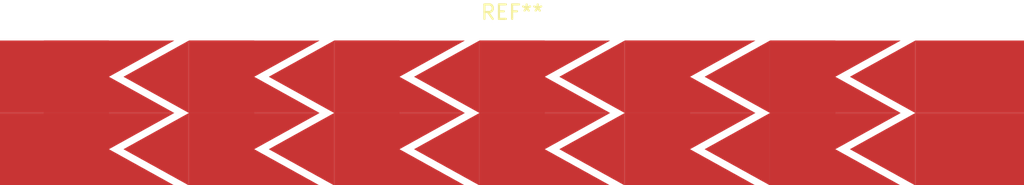
<source format=kicad_pcb>
(kicad_pcb (version 20211014) (generator pcbnew)
  (layers (0 "F.Cu" signal) (31 "B.Cu" signal) (34 "B.Paste" user) (35 "F.Paste" user) (36 "B.SilkS" user "B.Silkscreen") (37 "F.SilkS" user "F.Silkscreen") (38 "B.Mask" user) (39 "F.Mask" user) (44 "Edge.Cuts" user))
  (net 0 "")
  (footprint "slider:TouchSlider-7_70x10mm" (layer "F.Cu") (at 53 21.1)
    (fp_text reference "REF**" (at 0 -6.95) (layer "F.SilkS"))
    (fp_text value "TouchSlider-7_70x10mm")
    (pad "1" smd trapezoid (at -27.75 -3.75) (size 4.5 2.5) (rect_delta 0 -4.5) (layers "F.Cu" "F.Mask"))
    (pad "1" smd trapezoid (at -27.75 1.25) (size 4.5 2.5) (rect_delta 0 -4.5) (layers "F.Cu" "F.Mask"))
    (pad "1" smd trapezoid (at -27.75 -1.25) (size 4.5 2.5) (rect_delta 0 4.5) (layers "F.Cu" "F.Mask"))
    (pad "1" smd rect (at -31.5 -2.5) (size 7.5 5) (layers "F.Cu" "F.Mask"))
    (pad "1" smd trapezoid (at -27.75 3.75) (size 4.5 2.5) (rect_delta 0 4.5) (layers "F.Cu" "F.Mask"))
    (pad "1" smd rect (at -31.5 2.5) (size 7.5 5) (layers "F.Cu" "F.Mask"))
    (pad "2" smd rect (at -20 -2.5) (size 4.5 5) (layers "F.Cu" "F.Mask"))
    (pad "2" smd trapezoid (at -17.75 1.25) (size 4.5 2.5) (rect_delta 0 -4.5) (layers "F.Cu" "F.Mask"))
    (pad "2" smd trapezoid (at -17.75 -1.25) (size 4.5 2.5) (rect_delta 0 4.5) (layers "F.Cu" "F.Mask"))
    (pad "2" smd trapezoid (at -17.75 3.75) (size 4.5 2.5) (rect_delta 0 4.5) (layers "F.Cu" "F.Mask"))
    (pad "2" smd trapezoid (at -24.5 2.5) (size 4.5 2.5) (rect_delta -2.5 0) (layers "F.Cu" "F.Mask"))
    (pad "2" smd rect (at -20 2.5) (size 4.5 5) (layers "F.Cu" "F.Mask"))
    (pad "2" smd trapezoid (at -17.75 -3.75) (size 4.5 2.5) (rect_delta 0 -4.5) (layers "F.Cu" "F.Mask"))
    (pad "2" smd trapezoid (at -24.5 -2.5) (size 4.5 2.5) (rect_delta -2.5 0) (layers "F.Cu" "F.Mask"))
    (pad "3" smd trapezoid (at -14.5 2.5) (size 4.5 2.5) (rect_delta -2.5 0) (layers "F.Cu" "F.Mask"))
    (pad "3" smd trapezoid (at -7.75 -3.75) (size 4.5 2.5) (rect_delta 0 -4.5) (layers "F.Cu" "F.Mask"))
    (pad "3" smd trapezoid (at -14.5 -2.5) (size 4.5 2.5) (rect_delta -2.5 0) (layers "F.Cu" "F.Mask"))
    (pad "3" smd trapezoid (at -7.75 -1.25) (size 4.5 2.5) (rect_delta 0 4.5) (layers "F.Cu" "F.Mask"))
    (pad "3" smd trapezoid (at -7.75 1.25) (size 4.5 2.5) (rect_delta 0 -4.5) (layers "F.Cu" "F.Mask"))
    (pad "3" smd rect (at -10 2.5) (size 4.5 5) (layers "F.Cu" "F.Mask"))
    (pad "3" smd trapezoid (at -7.75 3.75) (size 4.5 2.5) (rect_delta 0 4.5) (layers "F.Cu" "F.Mask"))
    (pad "3" smd rect (at -10 -2.5) (size 4.5 5) (layers "F.Cu" "F.Mask"))
    (pad "4" smd rect (at 0 -2.5) (size 4.5 5) (layers "F.Cu" "F.Mask"))
    (pad "4" smd trapezoid (at 2.25 -3.75) (size 4.5 2.5) (rect_delta 0 -4.5) (layers "F.Cu" "F.Mask"))
    (pad "4" smd trapezoid (at -4.5 -2.5) (size 4.5 2.5) (rect_delta -2.5 0) (layers "F.Cu" "F.Mask"))
    (pad "4" smd trapezoid (at -4.5 2.5) (size 4.5 2.5) (rect_delta -2.5 0) (layers "F.Cu" "F.Mask"))
    (pad "4" smd trapezoid (at 2.25 3.75) (size 4.5 2.5) (rect_delta 0 4.5) (layers "F.Cu" "F.Mask"))
    (pad "4" smd trapezoid (at 2.25 1.25) (size 4.5 2.5) (rect_delta 0 -4.5) (layers "F.Cu" "F.Mask"))
    (pad "4" smd trapezoid (at 2.25 -1.25) (size 4.5 2.5) (rect_delta 0 4.5) (layers "F.Cu" "F.Mask"))
    (pad "4" smd rect (at 0 2.5) (size 4.5 5) (layers "F.Cu" "F.Mask"))
    (pad "5" smd trapezoid (at 12.25 -3.75) (size 4.5 2.5) (rect_delta 0 -4.5) (layers "F.Cu" "F.Mask"))
    (pad "5" smd trapezoid (at 5.5 -2.5) (size 4.5 2.5) (rect_delta -2.5 0) (layers "F.Cu" "F.Mask"))
    (pad "5" smd trapezoid (at 12.25 1.25) (size 4.5 2.5) (rect_delta 0 -4.5) (layers "F.Cu" "F.Mask"))
    (pad "5" smd trapezoid (at 5.5 2.5) (size 4.5 2.5) (rect_delta -2.5 0) (layers "F.Cu" "F.Mask"))
    (pad "5" smd trapezoid (at 12.25 -1.25) (size 4.5 2.5) (rect_delta 0 4.5) (layers "F.Cu" "F.Mask"))
    (pad "5" smd rect (at 10 2.5) (size 4.5 5) (layers "F.Cu" "F.Mask"))
    (pad "5" smd rect (at 10 -2.5) (size 4.5 5) (layers "F.Cu" "F.Mask"))
    (pad "5" smd trapezoid (at 12.25 3.75) (size 4.5 2.5) (rect_delta 0 4.5) (layers "F.Cu" "F.Mask"))
    (pad "6" smd trapezoid (at 22.25 1.25) (size 4.5 2.5) (rect_delta 0 -4.5) (layers "F.Cu" "F.Mask"))
    (pad "6" smd rect (at 20 2.5) (size 4.5 5) (layers "F.Cu" "F.Mask"))
    (pad "6" smd trapezoid (at 22.25 -3.75) (size 4.5 2.5) (rect_delta 0 -4.5) (layers "F.Cu" "F.Mask"))
    (pad "6" smd trapezoid (at 22.25 3.75) (size 4.5 2.5) (rect_delta 0 4.5) (layers "F.Cu" "F.Mask"))
    (pad "6" smd rect (at 20 -2.5) (size 4.5 5) (layers "F.Cu" "F.Mask"))
    (pad "6" smd trapezoid (at 22.25 -1.25) (size 4.5 2.5) (rect_delta 0 4.5) (layers "F.Cu" "F.Mask"))
    (pad "6" smd trapezoid (at 15.5 -2.5) (size 4.5 2.5) (rect_delta -2.5 0) (layers "F.Cu" "F.Mask"))
    (pad "6" smd trapezoid (at 15.5 2.5) (size 4.5 2.5) (rect_delta -2.5 0) (layers "F.Cu" "F.Mask"))
    (pad "7" smd trapezoid (at 25.5 2.5) (size 4.5 2.5) (rect_delta -2.5 0) (layers "F.Cu" "F.Mask"))
    (pad "7" smd rect (at 31.5 2.5) (size 7.5 5) (layers "F.Cu" "F.Mask"))
    (pad "7" smd rect (at 31.5 -2.5) (size 7.5 5) (layers "F.Cu" "F.Mask"))
    (pad "7" smd trapezoid (at 25.5 -2.5) (size 4.5 2.5) (rect_delta -2.5 0) (layers "F.Cu" "F.Mask"))
  )
)
</source>
